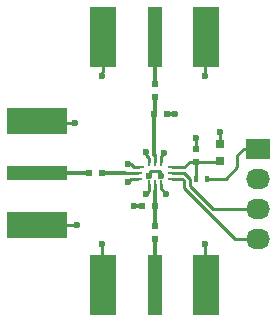
<source format=gtl>
G04 #@! TF.FileFunction,Copper,L1,Top,Signal*
%FSLAX46Y46*%
G04 Gerber Fmt 4.6, Leading zero omitted, Abs format (unit mm)*
G04 Created by KiCad (PCBNEW 4.0.2-stable) date Sun 24 Apr 2016 07:43:34 PM AKDT*
%MOMM*%
G01*
G04 APERTURE LIST*
%ADD10C,0.100000*%
%ADD11R,0.850000X0.250000*%
%ADD12R,0.650000X0.250000*%
%ADD13R,0.250000X0.650000*%
%ADD14R,0.770000X0.250000*%
%ADD15R,0.600000X0.500000*%
%ADD16R,0.500000X0.600000*%
%ADD17R,0.750000X0.800000*%
%ADD18R,0.400000X0.600000*%
%ADD19R,2.032000X1.727200*%
%ADD20O,2.032000X1.727200*%
%ADD21R,5.080000X1.290000*%
%ADD22R,5.080000X2.290000*%
%ADD23R,1.290000X5.080000*%
%ADD24R,2.290000X5.080000*%
%ADD25C,0.600000*%
%ADD26C,0.350000*%
%ADD27C,0.250000*%
G04 APERTURE END LIST*
D10*
D11*
X147150000Y-104503600D03*
D12*
X147050000Y-105003600D03*
X147050000Y-105503600D03*
D13*
X148000000Y-105903600D03*
X148500000Y-105903600D03*
X149000000Y-105903600D03*
D12*
X149950000Y-105503600D03*
X149950000Y-105003600D03*
X149950000Y-104503600D03*
D13*
X149000000Y-104103600D03*
X148500000Y-104103600D03*
X148000000Y-104103600D03*
D14*
X148500000Y-104853600D03*
D15*
X142950000Y-105000000D03*
X144050000Y-105000000D03*
D16*
X148500000Y-110600000D03*
X148500000Y-109500000D03*
X148500000Y-97450000D03*
X148500000Y-98550000D03*
D15*
X148450000Y-100000000D03*
X149550000Y-100000000D03*
X147450000Y-107750000D03*
X148550000Y-107750000D03*
D16*
X152000000Y-104050000D03*
X152000000Y-102950000D03*
D17*
X154000000Y-104000000D03*
X154000000Y-102500000D03*
D18*
X152900000Y-105500000D03*
X152000000Y-105500000D03*
D19*
X157250000Y-102920000D03*
D20*
X157250000Y-105460000D03*
X157250000Y-108000000D03*
X157250000Y-110540000D03*
D21*
X138500000Y-105000000D03*
D22*
X138500000Y-109380000D03*
X138500000Y-100620000D03*
D23*
X148500000Y-114500000D03*
D24*
X152880000Y-114500000D03*
X144120000Y-114500000D03*
D23*
X148500000Y-93500000D03*
D24*
X144120000Y-93500000D03*
X152880000Y-93500000D03*
D25*
X152750000Y-96750000D03*
X144000000Y-96750000D03*
X152750000Y-111000000D03*
X144000000Y-111000000D03*
X141880000Y-109380000D03*
X141750000Y-100750000D03*
X147750000Y-106750000D03*
X149457120Y-106750000D03*
X149250000Y-103278600D03*
X147750000Y-103250000D03*
X146250000Y-105750000D03*
X146250000Y-104250000D03*
X149001053Y-105249077D03*
X147998947Y-105249077D03*
X150250000Y-100000000D03*
X146750000Y-107750000D03*
X154000000Y-101500000D03*
X152000000Y-102000000D03*
D26*
X138500000Y-105000000D02*
X142950000Y-105000000D01*
D27*
X146000000Y-105000000D02*
X146003600Y-105003600D01*
X146003600Y-105003600D02*
X147050000Y-105003600D01*
D26*
X144050000Y-105000000D02*
X146000000Y-105000000D01*
X148500000Y-110600000D02*
X148500000Y-114500000D01*
X148550000Y-107750000D02*
X148550000Y-109450000D01*
X148550000Y-109450000D02*
X148500000Y-109500000D01*
X148500000Y-106500000D02*
X148550000Y-106550000D01*
X148550000Y-106550000D02*
X148550000Y-107750000D01*
D27*
X148500000Y-105903600D02*
X148500000Y-106500000D01*
D26*
X148500000Y-93500000D02*
X148500000Y-97324998D01*
X148500000Y-97324998D02*
X148500000Y-97450000D01*
X148500000Y-98550000D02*
X148500000Y-99950000D01*
X148500000Y-99950000D02*
X148450000Y-100000000D01*
X148500000Y-103500000D02*
X148450000Y-103450000D01*
X148450000Y-103450000D02*
X148450000Y-100000000D01*
D27*
X148500000Y-104103600D02*
X148500000Y-103500000D01*
X152750000Y-96750000D02*
X152750000Y-93630000D01*
X152750000Y-93630000D02*
X152880000Y-93500000D01*
X144120000Y-96380000D02*
X144000000Y-96500000D01*
X144000000Y-96500000D02*
X144000000Y-96750000D01*
X144120000Y-93500000D02*
X144120000Y-96380000D01*
X152750000Y-111000000D02*
X152750000Y-114370000D01*
X152750000Y-114370000D02*
X152880000Y-114500000D01*
X144000000Y-111000000D02*
X144000000Y-114380000D01*
X144000000Y-114380000D02*
X144120000Y-114500000D01*
X138500000Y-109380000D02*
X141880000Y-109380000D01*
X141750000Y-100750000D02*
X138630000Y-100750000D01*
X138630000Y-100750000D02*
X138500000Y-100620000D01*
X148853600Y-104853600D02*
X149001053Y-105001053D01*
X149001053Y-105001053D02*
X149001053Y-105249077D01*
X148500000Y-104853600D02*
X148853600Y-104853600D01*
X148146400Y-104853600D02*
X147998947Y-105001053D01*
X147998947Y-105001053D02*
X147998947Y-105249077D01*
X148500000Y-104853600D02*
X148146400Y-104853600D01*
X148000000Y-105903600D02*
X148000000Y-106500000D01*
X148000000Y-106500000D02*
X147750000Y-106750000D01*
X149000000Y-105903600D02*
X149000000Y-106292880D01*
X149000000Y-106292880D02*
X149457120Y-106750000D01*
X149000000Y-104103600D02*
X149000000Y-103528600D01*
X149000000Y-103528600D02*
X149250000Y-103278600D01*
X147750000Y-103457120D02*
X147750000Y-103250000D01*
X148000000Y-104103600D02*
X148000000Y-103707120D01*
X148000000Y-103707120D02*
X147750000Y-103457120D01*
X147050000Y-105503600D02*
X146496400Y-105503600D01*
X146496400Y-105503600D02*
X146250000Y-105750000D01*
X146492800Y-104250000D02*
X146250000Y-104250000D01*
X147150000Y-104503600D02*
X146746400Y-104503600D01*
X146746400Y-104503600D02*
X146492800Y-104250000D01*
X149000000Y-105250130D02*
X149001053Y-105249077D01*
X148000000Y-105250130D02*
X147998947Y-105249077D01*
D26*
X149004644Y-105245486D02*
X149001053Y-105249077D01*
X149000000Y-105250000D02*
X149000130Y-105250000D01*
X149000130Y-105250000D02*
X149001053Y-105249077D01*
X150000000Y-100000000D02*
X150250000Y-100000000D01*
X149550000Y-100000000D02*
X150000000Y-100000000D01*
X147450000Y-107750000D02*
X146750000Y-107750000D01*
D27*
X154000000Y-102500000D02*
X154000000Y-101500000D01*
X152000000Y-102950000D02*
X152000000Y-102000000D01*
X152000000Y-104050000D02*
X152000000Y-105500000D01*
X152000000Y-104050000D02*
X153950000Y-104050000D01*
X153950000Y-104050000D02*
X154000000Y-104000000D01*
X151000000Y-104500000D02*
X151450000Y-104050000D01*
X151450000Y-104050000D02*
X152000000Y-104050000D01*
X150153600Y-104500000D02*
X151000000Y-104500000D01*
X149950000Y-104503600D02*
X150150000Y-104503600D01*
X150150000Y-104503600D02*
X150153600Y-104500000D01*
X152900000Y-105500000D02*
X154500000Y-105500000D01*
X154500000Y-105500000D02*
X155500000Y-104500000D01*
X155500000Y-104500000D02*
X155500000Y-103500000D01*
X155500000Y-103500000D02*
X156080000Y-102920000D01*
X156080000Y-102920000D02*
X157500000Y-102920000D01*
X151474999Y-105474999D02*
X151003600Y-105003600D01*
X151003600Y-105003600D02*
X149950000Y-105003600D01*
X151474999Y-106060001D02*
X151474999Y-105474999D01*
X157500000Y-108000000D02*
X153414998Y-108000000D01*
X153414998Y-108000000D02*
X151474999Y-106060001D01*
X151000000Y-105636410D02*
X151000000Y-106221412D01*
X151000000Y-106221412D02*
X155318588Y-110540000D01*
X155318588Y-110540000D02*
X156234000Y-110540000D01*
X156234000Y-110540000D02*
X157500000Y-110540000D01*
X150867190Y-105503600D02*
X151000000Y-105636410D01*
X149950000Y-105503600D02*
X150867190Y-105503600D01*
M02*

</source>
